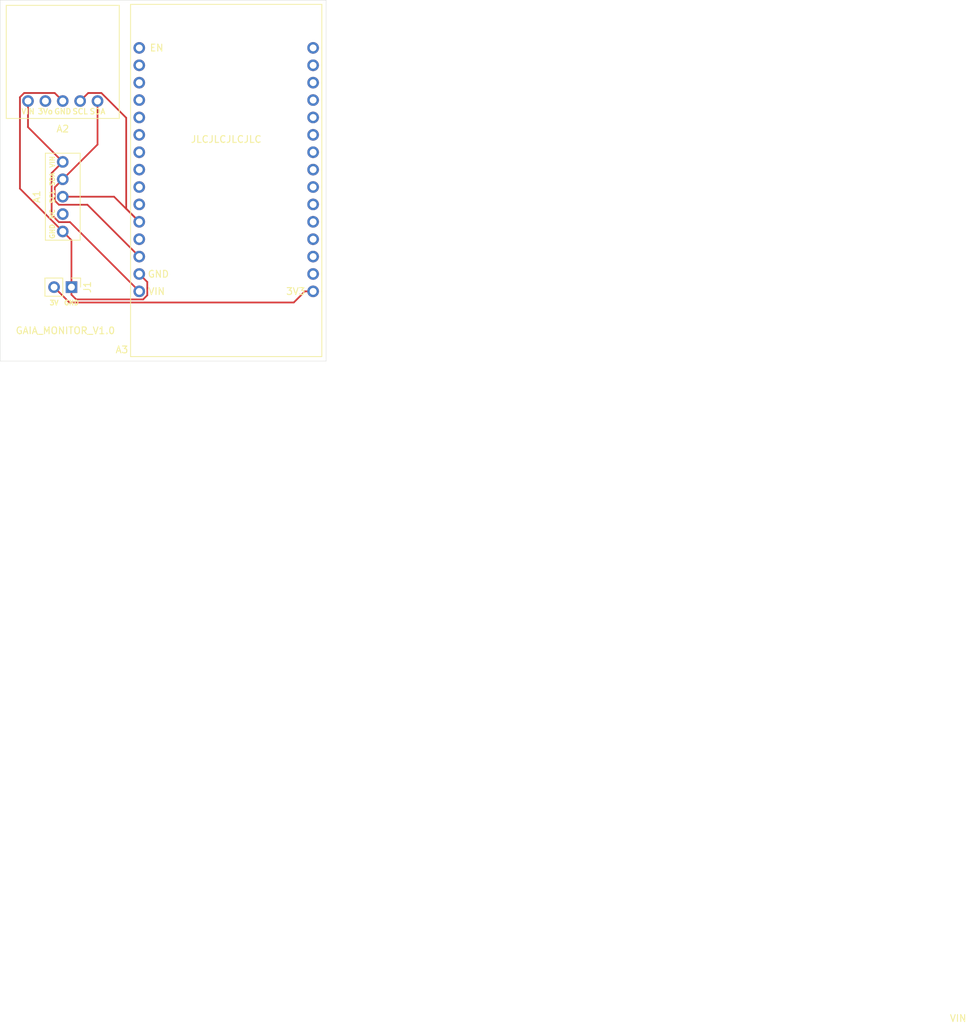
<source format=kicad_pcb>
(kicad_pcb (version 20171130) (host pcbnew "(5.1.5-0)")

  (general
    (thickness 1.6)
    (drawings 9)
    (tracks 44)
    (zones 0)
    (modules 5)
    (nets 33)
  )

  (page A4)
  (title_block
    (title Gaia)
    (date 2020-01-25)
    (rev 1.0)
  )

  (layers
    (0 F.Cu signal)
    (31 B.Cu signal)
    (32 B.Adhes user)
    (33 F.Adhes user)
    (34 B.Paste user)
    (35 F.Paste user)
    (36 B.SilkS user)
    (37 F.SilkS user)
    (38 B.Mask user)
    (39 F.Mask user)
    (40 Dwgs.User user)
    (41 Cmts.User user)
    (42 Eco1.User user)
    (43 Eco2.User user)
    (44 Edge.Cuts user)
    (45 Margin user)
    (46 B.CrtYd user)
    (47 F.CrtYd user)
    (48 B.Fab user)
    (49 F.Fab user)
  )

  (setup
    (last_trace_width 0.25)
    (trace_clearance 0.2)
    (zone_clearance 0.508)
    (zone_45_only no)
    (trace_min 0.2)
    (via_size 0.8)
    (via_drill 0.4)
    (via_min_size 0.4)
    (via_min_drill 0.3)
    (uvia_size 0.3)
    (uvia_drill 0.1)
    (uvias_allowed no)
    (uvia_min_size 0.2)
    (uvia_min_drill 0.1)
    (edge_width 0.05)
    (segment_width 0.2)
    (pcb_text_width 0.3)
    (pcb_text_size 1.5 1.5)
    (mod_edge_width 0.12)
    (mod_text_size 1 1)
    (mod_text_width 0.15)
    (pad_size 1.524 1.524)
    (pad_drill 0.762)
    (pad_to_mask_clearance 0.051)
    (solder_mask_min_width 0.25)
    (aux_axis_origin 0 0)
    (visible_elements FFFFFF7F)
    (pcbplotparams
      (layerselection 0x010fc_ffffffff)
      (usegerberextensions false)
      (usegerberattributes false)
      (usegerberadvancedattributes false)
      (creategerberjobfile false)
      (excludeedgelayer true)
      (linewidth 0.100000)
      (plotframeref false)
      (viasonmask false)
      (mode 1)
      (useauxorigin false)
      (hpglpennumber 1)
      (hpglpenspeed 20)
      (hpglpendiameter 15.000000)
      (psnegative false)
      (psa4output false)
      (plotreference true)
      (plotvalue true)
      (plotinvisibletext false)
      (padsonsilk false)
      (subtractmaskfromsilk false)
      (outputformat 1)
      (mirror false)
      (drillshape 0)
      (scaleselection 1)
      (outputdirectory "plots/"))
  )

  (net 0 "")
  (net 1 "Net-(A1-Pad1)")
  (net 2 "Net-(A1-Pad2)")
  (net 3 "Net-(A1-Pad3)")
  (net 4 "Net-(A1-Pad4)")
  (net 5 "Net-(A1-Pad5)")
  (net 6 "Net-(A2-Pad2)")
  (net 7 "Net-(A3-Pad1)")
  (net 8 "Net-(A3-Pad2)")
  (net 9 "Net-(A3-Pad3)")
  (net 10 "Net-(A3-Pad4)")
  (net 11 "Net-(A3-Pad5)")
  (net 12 "Net-(A3-Pad6)")
  (net 13 "Net-(A3-Pad7)")
  (net 14 "Net-(A3-Pad8)")
  (net 15 "Net-(A3-Pad9)")
  (net 16 "Net-(A3-Pad10)")
  (net 17 "Net-(A3-Pad11)")
  (net 18 "Net-(A3-Pad12)")
  (net 19 "Net-(A3-Pad13)")
  (net 20 "Net-(A3-Pad14)")
  (net 21 "Net-(A3-Pad15)")
  (net 22 "Net-(A3-Pad16)")
  (net 23 "Net-(A3-Pad17)")
  (net 24 "Net-(A3-Pad18)")
  (net 25 "Net-(A3-Pad19)")
  (net 26 "Net-(A3-Pad20)")
  (net 27 "Net-(A3-Pad21)")
  (net 28 "Net-(A3-Pad22)")
  (net 29 "Net-(A3-Pad23)")
  (net 30 "Net-(A3-Pad24)")
  (net 31 "Net-(A3-Pad25)")
  (net 32 "Net-(A3-Pad27)")

  (net_class Default "This is the default net class."
    (clearance 0.2)
    (trace_width 0.25)
    (via_dia 0.8)
    (via_drill 0.4)
    (uvia_dia 0.3)
    (uvia_drill 0.1)
    (add_net "Net-(A1-Pad1)")
    (add_net "Net-(A1-Pad2)")
    (add_net "Net-(A1-Pad3)")
    (add_net "Net-(A1-Pad4)")
    (add_net "Net-(A1-Pad5)")
    (add_net "Net-(A2-Pad2)")
    (add_net "Net-(A3-Pad1)")
    (add_net "Net-(A3-Pad10)")
    (add_net "Net-(A3-Pad11)")
    (add_net "Net-(A3-Pad12)")
    (add_net "Net-(A3-Pad13)")
    (add_net "Net-(A3-Pad14)")
    (add_net "Net-(A3-Pad15)")
    (add_net "Net-(A3-Pad16)")
    (add_net "Net-(A3-Pad17)")
    (add_net "Net-(A3-Pad18)")
    (add_net "Net-(A3-Pad19)")
    (add_net "Net-(A3-Pad2)")
    (add_net "Net-(A3-Pad20)")
    (add_net "Net-(A3-Pad21)")
    (add_net "Net-(A3-Pad22)")
    (add_net "Net-(A3-Pad23)")
    (add_net "Net-(A3-Pad24)")
    (add_net "Net-(A3-Pad25)")
    (add_net "Net-(A3-Pad27)")
    (add_net "Net-(A3-Pad3)")
    (add_net "Net-(A3-Pad4)")
    (add_net "Net-(A3-Pad5)")
    (add_net "Net-(A3-Pad6)")
    (add_net "Net-(A3-Pad7)")
    (add_net "Net-(A3-Pad8)")
    (add_net "Net-(A3-Pad9)")
  )

  (module "" (layer F.Cu) (tedit 0) (tstamp 0)
    (at 131.445 114.935)
    (fp_text reference "" (at 118.364 103.632) (layer F.SilkS)
      (effects (font (size 1.27 1.27) (thickness 0.15)))
    )
    (fp_text value "" (at 118.364 103.632) (layer F.SilkS)
      (effects (font (size 1.27 1.27) (thickness 0.15)))
    )
    (fp_text user VIN (at 117.729 108.695801) (layer F.SilkS)
      (effects (font (size 1 1) (thickness 0.15)))
    )
  )

  (module gaia:PIM357 (layer F.Cu) (tedit 5E2BF0C8) (tstamp 5E2CD542)
    (at 118.364 103.632 270)
    (path /5E2BA687)
    (fp_text reference A1 (at 0 3.81 90) (layer F.SilkS)
      (effects (font (size 1 1) (thickness 0.15)))
    )
    (fp_text value PIM357 (at 0 -1.905 90) (layer F.Fab)
      (effects (font (size 0.8 0.8) (thickness 0.15)))
    )
    (fp_line (start 6.35 2.54) (end 6.35 -2.54) (layer F.SilkS) (width 0.12))
    (fp_line (start 6.35 -2.54) (end -6.35 -2.54) (layer F.SilkS) (width 0.12))
    (fp_line (start -6.35 -2.54) (end -6.35 2.54) (layer F.SilkS) (width 0.12))
    (fp_line (start -6.35 2.54) (end 6.35 2.54) (layer F.SilkS) (width 0.12))
    (fp_text user VIN (at -5.08 1.524 90) (layer F.SilkS)
      (effects (font (size 0.7 0.7) (thickness 0.15)))
    )
    (fp_text user GND (at 5.08 1.524 90) (layer F.SilkS)
      (effects (font (size 0.7 0.7) (thickness 0.15)))
    )
    (fp_text user SDA (at -2.54 1.524 90) (layer F.SilkS)
      (effects (font (size 0.7 0.7) (thickness 0.15)))
    )
    (fp_text user SCL (at 0 1.524 90) (layer F.SilkS)
      (effects (font (size 0.7 0.7) (thickness 0.15)))
    )
    (fp_text user NC (at 2.54 1.524 90) (layer F.SilkS)
      (effects (font (size 0.7 0.7) (thickness 0.15)))
    )
    (pad 1 thru_hole circle (at -5.08 0 270) (size 1.7 1.7) (drill 1) (layers *.Cu *.Mask)
      (net 1 "Net-(A1-Pad1)"))
    (pad 2 thru_hole circle (at -2.54 0 270) (size 1.7 1.7) (drill 1) (layers *.Cu *.Mask)
      (net 2 "Net-(A1-Pad2)"))
    (pad 3 thru_hole circle (at 0 0 270) (size 1.7 1.7) (drill 1) (layers *.Cu *.Mask)
      (net 3 "Net-(A1-Pad3)"))
    (pad 4 thru_hole circle (at 2.54 0 270) (size 1.7 1.7) (drill 1) (layers *.Cu *.Mask)
      (net 4 "Net-(A1-Pad4)"))
    (pad 5 thru_hole circle (at 5.08 0 270) (size 1.7 1.7) (drill 1) (layers *.Cu *.Mask)
      (net 5 "Net-(A1-Pad5)"))
  )

  (module gaia:ADAVEML7700 (layer F.Cu) (tedit 5E2BF307) (tstamp 5E2CD2B8)
    (at 118.364 84.074)
    (path /5E2BC9DC)
    (fp_text reference A2 (at 0 9.652) (layer F.SilkS)
      (effects (font (size 1 1) (thickness 0.15)))
    )
    (fp_text value ADAVEML7700 (at 0 -3.302) (layer F.Fab)
      (effects (font (size 1 1) (thickness 0.15)))
    )
    (fp_line (start 8.255 8.128) (end -8.255 8.128) (layer F.SilkS) (width 0.12))
    (fp_line (start -8.255 8.128) (end -8.255 -8.382) (layer F.SilkS) (width 0.12))
    (fp_line (start -8.255 -8.382) (end 8.255 -8.382) (layer F.SilkS) (width 0.12))
    (fp_line (start 8.255 -8.382) (end 8.255 8.128) (layer F.SilkS) (width 0.12))
    (fp_text user VIN (at -5.08 7.112) (layer F.SilkS)
      (effects (font (size 0.8 0.8) (thickness 0.15)))
    )
    (fp_text user 3Vo (at -2.54 7.112) (layer F.SilkS)
      (effects (font (size 0.8 0.8) (thickness 0.15)))
    )
    (fp_text user GND (at 0 7.112) (layer F.SilkS)
      (effects (font (size 0.8 0.8) (thickness 0.15)))
    )
    (fp_text user SCL (at 2.54 7.112) (layer F.SilkS)
      (effects (font (size 0.8 0.8) (thickness 0.15)))
    )
    (fp_text user SDA (at 5.08 7.112) (layer F.SilkS)
      (effects (font (size 0.8 0.8) (thickness 0.15)))
    )
    (pad 1 thru_hole circle (at -5.08 5.588) (size 1.7 1.7) (drill 1) (layers *.Cu *.Mask)
      (net 1 "Net-(A1-Pad1)"))
    (pad 2 thru_hole circle (at -2.54 5.588) (size 1.7 1.7) (drill 1) (layers *.Cu *.Mask)
      (net 6 "Net-(A2-Pad2)"))
    (pad 3 thru_hole circle (at 0 5.588) (size 1.7 1.7) (drill 1) (layers *.Cu *.Mask)
      (net 5 "Net-(A1-Pad5)"))
    (pad 4 thru_hole circle (at 2.54 5.588) (size 1.7 1.7) (drill 1) (layers *.Cu *.Mask)
      (net 3 "Net-(A1-Pad3)"))
    (pad 5 thru_hole circle (at 5.08 5.588) (size 1.7 1.7) (drill 1) (layers *.Cu *.Mask)
      (net 2 "Net-(A1-Pad2)"))
  )

  (module gaia:DOITESP32DEVKITV1 (layer F.Cu) (tedit 5E2BEFF7) (tstamp 5E2CC9C2)
    (at 142.24 99.678801)
    (path /5E29D9CA)
    (fp_text reference A3 (at -15.24 26.305199) (layer F.SilkS)
      (effects (font (size 1 1) (thickness 0.15)))
    )
    (fp_text value DOITESP32DEVKITV1 (at 0 2.54) (layer F.Fab)
      (effects (font (size 1 1) (thickness 0.15)))
    )
    (fp_line (start 13.97 -24.13) (end -13.97 -24.13) (layer F.SilkS) (width 0.12))
    (fp_line (start 13.97 17.78) (end 13.97 27.305) (layer F.SilkS) (width 0.12))
    (fp_line (start 13.97 17.78) (end 13.97 -24.13) (layer F.SilkS) (width 0.12))
    (fp_line (start 13.97 27.305) (end -13.97 27.305) (layer F.SilkS) (width 0.12))
    (fp_line (start -13.97 27.305) (end -13.97 -24.13) (layer F.SilkS) (width 0.12))
    (fp_text user 3V3 (at 10.16 17.78) (layer F.SilkS)
      (effects (font (size 1 1) (thickness 0.15)))
    )
    (fp_text user VIN (at -10.16 17.78) (layer F.SilkS)
      (effects (font (size 1 1) (thickness 0.15)))
    )
    (fp_text user EN (at -10.16 -17.78) (layer F.SilkS)
      (effects (font (size 1 1) (thickness 0.15)))
    )
    (pad 1 thru_hole circle (at 12.7 17.78 180) (size 1.7 1.7) (drill 1) (layers *.Cu *.Mask)
      (net 7 "Net-(A3-Pad1)"))
    (pad 2 thru_hole circle (at 12.7 15.24) (size 1.7 1.7) (drill 1) (layers *.Cu *.Mask)
      (net 8 "Net-(A3-Pad2)"))
    (pad 3 thru_hole circle (at 12.7 12.7) (size 1.7 1.7) (drill 1) (layers *.Cu *.Mask)
      (net 9 "Net-(A3-Pad3)"))
    (pad 4 thru_hole circle (at 12.7 10.16) (size 1.7 1.7) (drill 1) (layers *.Cu *.Mask)
      (net 10 "Net-(A3-Pad4)"))
    (pad 5 thru_hole circle (at 12.7 7.62) (size 1.7 1.7) (drill 1) (layers *.Cu *.Mask)
      (net 11 "Net-(A3-Pad5)"))
    (pad 6 thru_hole circle (at 12.7 5.08 90) (size 1.7 1.7) (drill 1) (layers *.Cu *.Mask)
      (net 12 "Net-(A3-Pad6)"))
    (pad 7 thru_hole circle (at 12.7 2.54) (size 1.7 1.7) (drill 1) (layers *.Cu *.Mask)
      (net 13 "Net-(A3-Pad7)"))
    (pad 8 thru_hole circle (at 12.7 0) (size 1.7 1.7) (drill 1) (layers *.Cu *.Mask)
      (net 14 "Net-(A3-Pad8)"))
    (pad 9 thru_hole circle (at 12.7 -2.54) (size 1.7 1.7) (drill 1) (layers *.Cu *.Mask)
      (net 15 "Net-(A3-Pad9)"))
    (pad 10 thru_hole circle (at 12.7 -5.08) (size 1.7 1.7) (drill 1) (layers *.Cu *.Mask)
      (net 16 "Net-(A3-Pad10)"))
    (pad 11 thru_hole circle (at 12.7 -7.62) (size 1.7 1.7) (drill 1) (layers *.Cu *.Mask)
      (net 17 "Net-(A3-Pad11)"))
    (pad 12 thru_hole circle (at 12.7 -10.16) (size 1.7 1.7) (drill 1) (layers *.Cu *.Mask)
      (net 18 "Net-(A3-Pad12)"))
    (pad 13 thru_hole circle (at 12.7 -12.7) (size 1.7 1.7) (drill 1) (layers *.Cu *.Mask)
      (net 19 "Net-(A3-Pad13)"))
    (pad 14 thru_hole circle (at 12.7 -15.24) (size 1.7 1.7) (drill 1) (layers *.Cu *.Mask)
      (net 20 "Net-(A3-Pad14)"))
    (pad 15 thru_hole circle (at 12.7 -17.78) (size 1.7 1.7) (drill 1) (layers *.Cu *.Mask)
      (net 21 "Net-(A3-Pad15)"))
    (pad 16 thru_hole circle (at -12.7 -17.78) (size 1.7 1.7) (drill 1) (layers *.Cu *.Mask)
      (net 22 "Net-(A3-Pad16)"))
    (pad 17 thru_hole circle (at -12.7 -15.24) (size 1.7 1.7) (drill 1) (layers *.Cu *.Mask)
      (net 23 "Net-(A3-Pad17)"))
    (pad 18 thru_hole circle (at -12.7 -12.7) (size 1.7 1.7) (drill 1) (layers *.Cu *.Mask)
      (net 24 "Net-(A3-Pad18)"))
    (pad 19 thru_hole circle (at -12.7 -10.16) (size 1.7 1.7) (drill 1) (layers *.Cu *.Mask)
      (net 25 "Net-(A3-Pad19)"))
    (pad 20 thru_hole circle (at -12.7 -7.62) (size 1.7 1.7) (drill 1) (layers *.Cu *.Mask)
      (net 26 "Net-(A3-Pad20)"))
    (pad 21 thru_hole circle (at -12.7 -5.08) (size 1.7 1.7) (drill 1) (layers *.Cu *.Mask)
      (net 27 "Net-(A3-Pad21)"))
    (pad 22 thru_hole circle (at -12.7 -2.54) (size 1.7 1.7) (drill 1) (layers *.Cu *.Mask)
      (net 28 "Net-(A3-Pad22)"))
    (pad 23 thru_hole circle (at -12.7 0) (size 1.7 1.7) (drill 1) (layers *.Cu *.Mask)
      (net 29 "Net-(A3-Pad23)"))
    (pad 24 thru_hole circle (at -12.7 2.54) (size 1.7 1.7) (drill 1) (layers *.Cu *.Mask)
      (net 30 "Net-(A3-Pad24)"))
    (pad 25 thru_hole circle (at -12.7 5.08) (size 1.7 1.7) (drill 1) (layers *.Cu *.Mask)
      (net 31 "Net-(A3-Pad25)"))
    (pad 26 thru_hole circle (at -12.7 7.62) (size 1.7 1.7) (drill 1) (layers *.Cu *.Mask)
      (net 3 "Net-(A1-Pad3)"))
    (pad 27 thru_hole circle (at -12.7 10.16) (size 1.7 1.7) (drill 1) (layers *.Cu *.Mask)
      (net 32 "Net-(A3-Pad27)"))
    (pad 28 thru_hole circle (at -12.7 12.7) (size 1.7 1.7) (drill 1) (layers *.Cu *.Mask)
      (net 2 "Net-(A1-Pad2)"))
    (pad 29 thru_hole circle (at -12.7 15.24) (size 1.7 1.7) (drill 1) (layers *.Cu *.Mask)
      (net 5 "Net-(A1-Pad5)"))
    (pad 30 thru_hole circle (at -12.7 17.78) (size 1.7 1.7) (drill 1) (layers *.Cu *.Mask)
      (net 1 "Net-(A1-Pad1)"))
  )

  (module Connector_PinHeader_2.54mm:PinHeader_1x02_P2.54mm_Vertical (layer F.Cu) (tedit 59FED5CC) (tstamp 5E2CD72B)
    (at 119.634 116.84 270)
    (descr "Through hole straight pin header, 1x02, 2.54mm pitch, single row")
    (tags "Through hole pin header THT 1x02 2.54mm single row")
    (path /5E2BF2C0)
    (fp_text reference J1 (at 0 -2.33 90) (layer F.SilkS)
      (effects (font (size 1 1) (thickness 0.15)))
    )
    (fp_text value Conn_01x02 (at 0 4.87 90) (layer F.Fab) hide
      (effects (font (size 1 1) (thickness 0.15)))
    )
    (fp_text user %R (at 0 1.27) (layer F.Fab)
      (effects (font (size 1 1) (thickness 0.15)))
    )
    (fp_line (start 1.8 -1.8) (end -1.8 -1.8) (layer F.CrtYd) (width 0.05))
    (fp_line (start 1.8 4.35) (end 1.8 -1.8) (layer F.CrtYd) (width 0.05))
    (fp_line (start -1.8 4.35) (end 1.8 4.35) (layer F.CrtYd) (width 0.05))
    (fp_line (start -1.8 -1.8) (end -1.8 4.35) (layer F.CrtYd) (width 0.05))
    (fp_line (start -1.33 -1.33) (end 0 -1.33) (layer F.SilkS) (width 0.12))
    (fp_line (start -1.33 0) (end -1.33 -1.33) (layer F.SilkS) (width 0.12))
    (fp_line (start -1.33 1.27) (end 1.33 1.27) (layer F.SilkS) (width 0.12))
    (fp_line (start 1.33 1.27) (end 1.33 3.87) (layer F.SilkS) (width 0.12))
    (fp_line (start -1.33 1.27) (end -1.33 3.87) (layer F.SilkS) (width 0.12))
    (fp_line (start -1.33 3.87) (end 1.33 3.87) (layer F.SilkS) (width 0.12))
    (fp_line (start -1.27 -0.635) (end -0.635 -1.27) (layer F.Fab) (width 0.1))
    (fp_line (start -1.27 3.81) (end -1.27 -0.635) (layer F.Fab) (width 0.1))
    (fp_line (start 1.27 3.81) (end -1.27 3.81) (layer F.Fab) (width 0.1))
    (fp_line (start 1.27 -1.27) (end 1.27 3.81) (layer F.Fab) (width 0.1))
    (fp_line (start -0.635 -1.27) (end 1.27 -1.27) (layer F.Fab) (width 0.1))
    (pad 2 thru_hole oval (at 0 2.54 270) (size 1.7 1.7) (drill 1) (layers *.Cu *.Mask)
      (net 7 "Net-(A3-Pad1)"))
    (pad 1 thru_hole rect (at 0 0 270) (size 1.7 1.7) (drill 1) (layers *.Cu *.Mask)
      (net 5 "Net-(A1-Pad5)"))
    (model ${KISYS3DMOD}/Connector_PinHeader_2.54mm.3dshapes/PinHeader_1x02_P2.54mm_Vertical.wrl
      (at (xyz 0 0 0))
      (scale (xyz 1 1 1))
      (rotate (xyz 0 0 0))
    )
  )

  (gr_text JLCJLCJLCJLC (at 142.24 95.25) (layer F.SilkS)
    (effects (font (size 1 1) (thickness 0.15)))
  )
  (gr_text GND (at 132.334 114.935) (layer F.SilkS)
    (effects (font (size 1 1) (thickness 0.15)))
  )
  (gr_line (start 109.22 74.93) (end 156.845 74.93) (layer Edge.Cuts) (width 0.05) (tstamp 5E2CD802))
  (gr_line (start 109.22 127.635) (end 109.22 74.93) (layer Edge.Cuts) (width 0.05))
  (gr_line (start 156.845 127.635) (end 109.22 127.635) (layer Edge.Cuts) (width 0.05))
  (gr_line (start 156.845 74.93) (end 156.845 127.635) (layer Edge.Cuts) (width 0.05))
  (gr_text GAIA_MONITOR_V1.0 (at 118.745 123.19) (layer F.SilkS)
    (effects (font (size 1 1) (thickness 0.15)))
  )
  (gr_text 3V (at 117.094 119.126) (layer F.SilkS)
    (effects (font (size 0.7 0.7) (thickness 0.15)))
  )
  (gr_text GND (at 119.634 119.126) (layer F.SilkS)
    (effects (font (size 0.7 0.7) (thickness 0.15)))
  )

  (segment (start 113.284 93.472) (end 118.364 98.552) (width 0.25) (layer F.Cu) (net 1))
  (segment (start 113.284 89.662) (end 113.284 93.472) (width 0.25) (layer F.Cu) (net 1))
  (segment (start 117.514001 99.401999) (end 118.364 98.552) (width 0.25) (layer F.Cu) (net 1))
  (segment (start 116.738989 100.177011) (end 117.514001 99.401999) (width 0.25) (layer F.Cu) (net 1))
  (segment (start 116.738989 106.285991) (end 116.738989 100.177011) (width 0.25) (layer F.Cu) (net 1))
  (segment (start 119.4282 107.347001) (end 117.799999 107.347001) (width 0.25) (layer F.Cu) (net 1))
  (segment (start 117.799999 107.347001) (end 116.738989 106.285991) (width 0.25) (layer F.Cu) (net 1))
  (segment (start 129.54 117.458801) (end 119.4282 107.347001) (width 0.25) (layer F.Cu) (net 1))
  (segment (start 123.444 96.012) (end 118.364 101.092) (width 0.25) (layer F.Cu) (net 2))
  (segment (start 123.444 89.662) (end 123.444 96.012) (width 0.25) (layer F.Cu) (net 2))
  (segment (start 117.514001 101.941999) (end 118.364 101.092) (width 0.25) (layer F.Cu) (net 2))
  (segment (start 117.188999 102.267001) (end 117.514001 101.941999) (width 0.25) (layer F.Cu) (net 2))
  (segment (start 117.188999 104.196001) (end 117.188999 102.267001) (width 0.25) (layer F.Cu) (net 2))
  (segment (start 121.9682 104.807001) (end 117.799999 104.807001) (width 0.25) (layer F.Cu) (net 2))
  (segment (start 117.799999 104.807001) (end 117.188999 104.196001) (width 0.25) (layer F.Cu) (net 2))
  (segment (start 129.54 112.378801) (end 121.9682 104.807001) (width 0.25) (layer F.Cu) (net 2))
  (segment (start 124.008001 88.486999) (end 127.635 92.113998) (width 0.25) (layer F.Cu) (net 3))
  (segment (start 122.079001 88.486999) (end 124.008001 88.486999) (width 0.25) (layer F.Cu) (net 3))
  (segment (start 120.904 89.662) (end 122.079001 88.486999) (width 0.25) (layer F.Cu) (net 3))
  (segment (start 127.635 105.393801) (end 129.54 107.298801) (width 0.25) (layer F.Cu) (net 3))
  (segment (start 127.635 92.113998) (end 127.635 105.393801) (width 0.25) (layer F.Cu) (net 3))
  (segment (start 129.54 107.298801) (end 127.651199 105.41) (width 0.25) (layer F.Cu) (net 3))
  (segment (start 127.651199 105.41) (end 127.635 105.41) (width 0.25) (layer F.Cu) (net 3))
  (segment (start 125.857 103.632) (end 118.364 103.632) (width 0.25) (layer F.Cu) (net 3))
  (segment (start 127.635 105.41) (end 125.857 103.632) (width 0.25) (layer F.Cu) (net 3))
  (segment (start 119.634 117.94) (end 119.634 116.84) (width 0.25) (layer F.Cu) (net 5))
  (segment (start 130.104001 118.633802) (end 120.327802 118.633802) (width 0.25) (layer F.Cu) (net 5))
  (segment (start 130.715001 118.022802) (end 130.104001 118.633802) (width 0.25) (layer F.Cu) (net 5))
  (segment (start 130.715001 116.093802) (end 130.715001 118.022802) (width 0.25) (layer F.Cu) (net 5))
  (segment (start 120.327802 118.633802) (end 119.634 117.94) (width 0.25) (layer F.Cu) (net 5))
  (segment (start 129.54 114.918801) (end 130.715001 116.093802) (width 0.25) (layer F.Cu) (net 5))
  (segment (start 119.634 109.982) (end 118.364 108.712) (width 0.25) (layer F.Cu) (net 5))
  (segment (start 119.634 116.84) (end 119.634 109.982) (width 0.25) (layer F.Cu) (net 5))
  (segment (start 117.514001 88.812001) (end 118.364 89.662) (width 0.25) (layer F.Cu) (net 5))
  (segment (start 117.188999 88.486999) (end 117.514001 88.812001) (width 0.25) (layer F.Cu) (net 5))
  (segment (start 112.719999 88.486999) (end 117.188999 88.486999) (width 0.25) (layer F.Cu) (net 5))
  (segment (start 112.108999 89.097999) (end 112.719999 88.486999) (width 0.25) (layer F.Cu) (net 5))
  (segment (start 112.108999 102.456999) (end 112.108999 89.097999) (width 0.25) (layer F.Cu) (net 5))
  (segment (start 118.364 108.712) (end 112.108999 102.456999) (width 0.25) (layer F.Cu) (net 5))
  (segment (start 117.943999 117.689999) (end 117.094 116.84) (width 0.25) (layer F.Cu) (net 7))
  (segment (start 152.112909 119.083811) (end 119.337811 119.083811) (width 0.25) (layer F.Cu) (net 7))
  (segment (start 153.737919 117.458801) (end 152.112909 119.083811) (width 0.25) (layer F.Cu) (net 7))
  (segment (start 119.337811 119.083811) (end 117.943999 117.689999) (width 0.25) (layer F.Cu) (net 7))
  (segment (start 154.94 117.458801) (end 153.737919 117.458801) (width 0.25) (layer F.Cu) (net 7))

)

</source>
